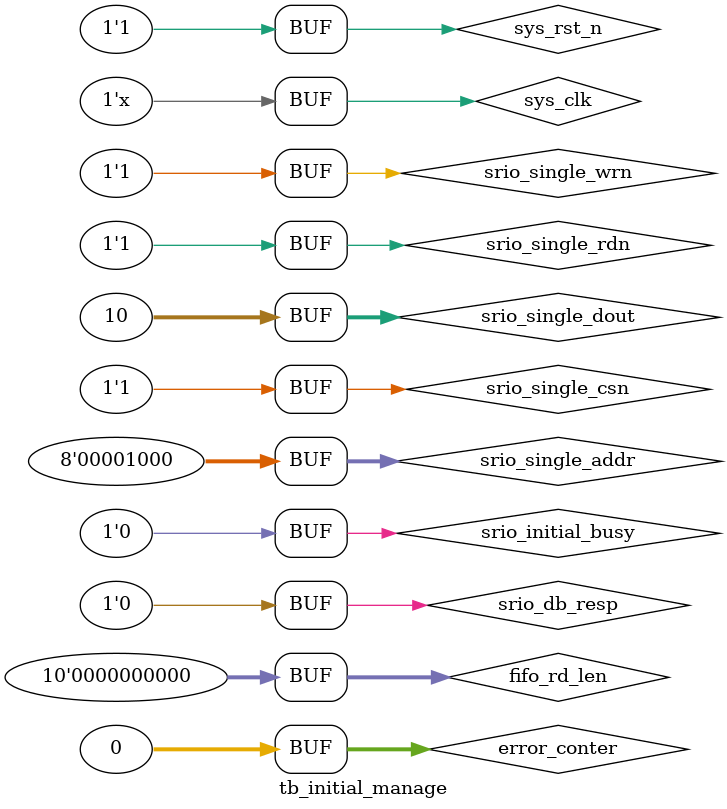
<source format=v>
`timescale 1ns / 1ps


module tb_initial_manage;

	// Inputs
	reg sys_clk;
	reg sys_rst_n;
	reg srio_single_rdn;
	reg srio_single_wrn;
	reg srio_single_csn;
	reg [7:0] srio_single_addr;
	reg [31:0] srio_single_dout;
	reg [9:0] fifo_rd_len;
	reg srio_db_resp;
	reg srio_initial_busy;
	reg [31:0] error_conter;

	// Outputs
	wire [31:0] srio_single_din;
	wire [7:0] ucfg_dest_id;
	wire [31:0] ucfg_src_start_addr;
	wire [33:0] ucfg_dest_start_addr;
	wire [8:0] ucfg_byte_count;
	wire [15:0] ucfg_db_info;
	wire ucfg_wr_n;
	wire ucfg_normal_trigger;
	wire ucfg_db_trigger;

	// Instantiate the Unit Under Test (UUT)
	srio_initial_manage uut (
		.sys_clk(sys_clk), 
		.sys_rst_n(sys_rst_n), 
		.srio_single_rdn(srio_single_rdn), 
		.srio_single_wrn(srio_single_wrn), 
		.srio_single_csn(srio_single_csn), 
		.srio_single_addr(srio_single_addr), 
		.srio_single_dout(srio_single_dout), 
		.srio_single_din(srio_single_din), 
		.ucfg_dest_id(ucfg_dest_id), 
		.ucfg_src_start_addr(ucfg_src_start_addr), 
		.ucfg_dest_start_addr(ucfg_dest_start_addr), 
		.ucfg_byte_count(ucfg_byte_count), 
		.ucfg_db_info(ucfg_db_info), 
		.ucfg_wr_n(ucfg_wr_n), 
		.ucfg_normal_trigger(ucfg_normal_trigger), 
		.ucfg_db_trigger(ucfg_db_trigger), 
		.fifo_rd_len(fifo_rd_len), 
		.srio_db_resp(srio_db_resp), 
		.srio_initial_busy(srio_initial_busy), 
		.error_conter(error_conter)
	);

	initial begin
		// Initialize Inputs
		sys_clk = 0;
		sys_rst_n = 0;
		srio_single_rdn = 0;
		srio_single_wrn = 0;
		srio_single_csn = 0;
		srio_single_addr = 0;
		srio_single_dout = 0;
		fifo_rd_len = 0;
		srio_db_resp = 0;
		srio_initial_busy = 0;
		error_conter = 0;

		// Wait 100 ns for global reset to finish
		#100;
      sys_rst_n=1; 
		srio_single_rdn = 1;
		srio_single_wrn = 1;
		srio_single_csn = 1;
		srio_initial_busy = 0;
		#100000;
		srio_single_wrn = 0;
		srio_single_csn = 0;
		srio_single_addr = 8;
		srio_single_dout = 10;
		#100;
		srio_single_wrn = 1;
		srio_single_csn = 1;
		#10000;
		srio_single_rdn = 0;
		srio_single_csn = 0;
		#100;
		srio_single_rdn = 1;
		srio_single_csn = 1;
		// Add stimulus here
		

	end
	
	always #5 sys_clk=~sys_clk;
      
endmodule


</source>
